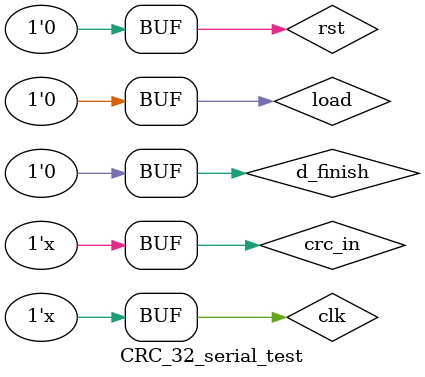
<source format=v>
module CRC_32_serial_test; 
reg clk; 
reg rst; 
reg load; 
reg d_finish; 
reg crc_in; 
wire crc_out;
parameter clk_period = 40; 
   initial
    begin
      $dumpfile("dump.vcd");
      $dumpvars();
    end
initial
begin 
 #clk_period clk = 1; 
 #clk_period rst = 1; 
 #clk_period rst = 0; 
 #clk_period crc_in = 1; 
 #clk_period load = 1; 
 #clk_period load = 0; 
 #clk_period d_finish = 0; 
 #(80*clk_period) d_finish = 1; 
 #clk_period d_finish = 0; 
end
always #(clk_period/2) clk = ~clk; 
always #(2*clk_period) crc_in = ~crc_in; 
CRC_32_serial u1(.clk(clk), .rst(rst), .load(load), .d_finish(d_finish), .crc_in(crc_in), .crc_out(crc_out)); 
endmodule

</source>
